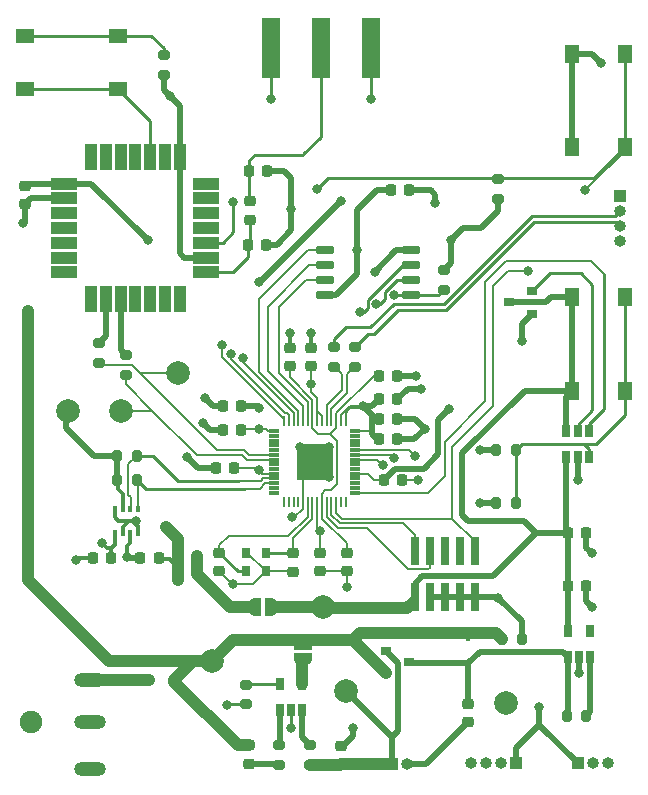
<source format=gtl>
%TF.GenerationSoftware,KiCad,Pcbnew,6.0.2-378541a8eb~116~ubuntu20.04.1*%
%TF.CreationDate,2022-02-15T23:15:49-08:00*%
%TF.ProjectId,RP2040_WEDS,52503230-3430-45f5-9745-44532e6b6963,rev?*%
%TF.SameCoordinates,Original*%
%TF.FileFunction,Copper,L1,Top*%
%TF.FilePolarity,Positive*%
%FSLAX46Y46*%
G04 Gerber Fmt 4.6, Leading zero omitted, Abs format (unit mm)*
G04 Created by KiCad (PCBNEW 6.0.2-378541a8eb~116~ubuntu20.04.1) date 2022-02-15 23:15:49*
%MOMM*%
%LPD*%
G01*
G04 APERTURE LIST*
G04 Aperture macros list*
%AMRoundRect*
0 Rectangle with rounded corners*
0 $1 Rounding radius*
0 $2 $3 $4 $5 $6 $7 $8 $9 X,Y pos of 4 corners*
0 Add a 4 corners polygon primitive as box body*
4,1,4,$2,$3,$4,$5,$6,$7,$8,$9,$2,$3,0*
0 Add four circle primitives for the rounded corners*
1,1,$1+$1,$2,$3*
1,1,$1+$1,$4,$5*
1,1,$1+$1,$6,$7*
1,1,$1+$1,$8,$9*
0 Add four rect primitives between the rounded corners*
20,1,$1+$1,$2,$3,$4,$5,0*
20,1,$1+$1,$4,$5,$6,$7,0*
20,1,$1+$1,$6,$7,$8,$9,0*
20,1,$1+$1,$8,$9,$2,$3,0*%
%AMFreePoly0*
4,1,22,0.500000,-0.750000,0.000000,-0.750000,0.000000,-0.745033,-0.079941,-0.743568,-0.215256,-0.701293,-0.333266,-0.622738,-0.424486,-0.514219,-0.481581,-0.384460,-0.499164,-0.250000,-0.500000,-0.250000,-0.500000,0.250000,-0.499164,0.250000,-0.499963,0.256109,-0.478152,0.396186,-0.417904,0.524511,-0.324060,0.630769,-0.204165,0.706417,-0.067858,0.745374,0.000000,0.744959,0.000000,0.750000,
0.500000,0.750000,0.500000,-0.750000,0.500000,-0.750000,$1*%
%AMFreePoly1*
4,1,20,0.000000,0.744959,0.073905,0.744508,0.209726,0.703889,0.328688,0.626782,0.421226,0.519385,0.479903,0.390333,0.500000,0.250000,0.500000,-0.250000,0.499851,-0.262216,0.476331,-0.402017,0.414519,-0.529596,0.319384,-0.634700,0.198574,-0.708877,0.061801,-0.746166,0.000000,-0.745033,0.000000,-0.750000,-0.500000,-0.750000,-0.500000,0.750000,0.000000,0.750000,0.000000,0.744959,
0.000000,0.744959,$1*%
G04 Aperture macros list end*
%TA.AperFunction,SMDPad,CuDef*%
%ADD10RoundRect,0.225000X0.225000X0.250000X-0.225000X0.250000X-0.225000X-0.250000X0.225000X-0.250000X0*%
%TD*%
%TA.AperFunction,SMDPad,CuDef*%
%ADD11RoundRect,0.225000X-0.225000X-0.250000X0.225000X-0.250000X0.225000X0.250000X-0.225000X0.250000X0*%
%TD*%
%TA.AperFunction,SMDPad,CuDef*%
%ADD12RoundRect,0.225000X0.250000X-0.225000X0.250000X0.225000X-0.250000X0.225000X-0.250000X-0.225000X0*%
%TD*%
%TA.AperFunction,SMDPad,CuDef*%
%ADD13RoundRect,0.225000X-0.250000X0.225000X-0.250000X-0.225000X0.250000X-0.225000X0.250000X0.225000X0*%
%TD*%
%TA.AperFunction,SMDPad,CuDef*%
%ADD14R,0.600000X0.450000*%
%TD*%
%TA.AperFunction,SMDPad,CuDef*%
%ADD15RoundRect,0.218750X0.256250X-0.218750X0.256250X0.218750X-0.256250X0.218750X-0.256250X-0.218750X0*%
%TD*%
%TA.AperFunction,SMDPad,CuDef*%
%ADD16R,0.450000X0.600000*%
%TD*%
%TA.AperFunction,ComponentPad*%
%ADD17C,1.900000*%
%TD*%
%TA.AperFunction,ComponentPad*%
%ADD18O,2.700000X1.200000*%
%TD*%
%TA.AperFunction,ComponentPad*%
%ADD19R,1.000000X1.000000*%
%TD*%
%TA.AperFunction,ComponentPad*%
%ADD20O,1.000000X1.000000*%
%TD*%
%TA.AperFunction,SMDPad,CuDef*%
%ADD21R,0.740000X2.400000*%
%TD*%
%TA.AperFunction,SMDPad,CuDef*%
%ADD22R,0.900000X0.800000*%
%TD*%
%TA.AperFunction,SMDPad,CuDef*%
%ADD23RoundRect,0.200000X0.275000X-0.200000X0.275000X0.200000X-0.275000X0.200000X-0.275000X-0.200000X0*%
%TD*%
%TA.AperFunction,SMDPad,CuDef*%
%ADD24RoundRect,0.200000X-0.200000X-0.275000X0.200000X-0.275000X0.200000X0.275000X-0.200000X0.275000X0*%
%TD*%
%TA.AperFunction,SMDPad,CuDef*%
%ADD25RoundRect,0.200000X0.200000X0.275000X-0.200000X0.275000X-0.200000X-0.275000X0.200000X-0.275000X0*%
%TD*%
%TA.AperFunction,SMDPad,CuDef*%
%ADD26RoundRect,0.200000X-0.275000X0.200000X-0.275000X-0.200000X0.275000X-0.200000X0.275000X0.200000X0*%
%TD*%
%TA.AperFunction,SMDPad,CuDef*%
%ADD27R,1.300000X1.550000*%
%TD*%
%TA.AperFunction,SMDPad,CuDef*%
%ADD28R,1.550000X1.300000*%
%TD*%
%TA.AperFunction,SMDPad,CuDef*%
%ADD29RoundRect,0.006000X-0.414000X-0.094000X0.414000X-0.094000X0.414000X0.094000X-0.414000X0.094000X0*%
%TD*%
%TA.AperFunction,SMDPad,CuDef*%
%ADD30RoundRect,0.020000X-0.080000X-0.400000X0.080000X-0.400000X0.080000X0.400000X-0.080000X0.400000X0*%
%TD*%
%TA.AperFunction,SMDPad,CuDef*%
%ADD31R,3.100000X3.100000*%
%TD*%
%TA.AperFunction,SMDPad,CuDef*%
%ADD32R,0.650000X1.060000*%
%TD*%
%TA.AperFunction,SMDPad,CuDef*%
%ADD33RoundRect,0.150000X0.650000X0.150000X-0.650000X0.150000X-0.650000X-0.150000X0.650000X-0.150000X0*%
%TD*%
%TA.AperFunction,SMDPad,CuDef*%
%ADD34R,0.350000X0.500000*%
%TD*%
%TA.AperFunction,SMDPad,CuDef*%
%ADD35R,2.300000X1.000000*%
%TD*%
%TA.AperFunction,SMDPad,CuDef*%
%ADD36R,1.000000X2.300000*%
%TD*%
%TA.AperFunction,SMDPad,CuDef*%
%ADD37R,0.650000X0.850000*%
%TD*%
%TA.AperFunction,SMDPad,CuDef*%
%ADD38R,1.500000X5.080000*%
%TD*%
%TA.AperFunction,SMDPad,CuDef*%
%ADD39FreePoly0,180.000000*%
%TD*%
%TA.AperFunction,SMDPad,CuDef*%
%ADD40FreePoly1,180.000000*%
%TD*%
%TA.AperFunction,ComponentPad*%
%ADD41C,2.000000*%
%TD*%
%TA.AperFunction,SMDPad,CuDef*%
%ADD42FreePoly0,90.000000*%
%TD*%
%TA.AperFunction,SMDPad,CuDef*%
%ADD43FreePoly1,90.000000*%
%TD*%
%TA.AperFunction,ViaPad*%
%ADD44C,0.800000*%
%TD*%
%TA.AperFunction,Conductor*%
%ADD45C,0.200000*%
%TD*%
%TA.AperFunction,Conductor*%
%ADD46C,0.500000*%
%TD*%
%TA.AperFunction,Conductor*%
%ADD47C,0.350000*%
%TD*%
%TA.AperFunction,Conductor*%
%ADD48C,1.000000*%
%TD*%
%TA.AperFunction,Conductor*%
%ADD49C,0.250000*%
%TD*%
%TA.AperFunction,Conductor*%
%ADD50C,0.508000*%
%TD*%
G04 APERTURE END LIST*
D10*
%TO.P,C1,1*%
%TO.N,VDD*%
X170775000Y-72300000D03*
%TO.P,C1,2*%
%TO.N,GND*%
X169225000Y-72300000D03*
%TD*%
D11*
%TO.P,C2,1*%
%TO.N,VDD*%
X182825000Y-78500000D03*
%TO.P,C2,2*%
%TO.N,GND*%
X184375000Y-78500000D03*
%TD*%
%TO.P,C3,1*%
%TO.N,VDD*%
X182425000Y-73400000D03*
%TO.P,C3,2*%
%TO.N,GND*%
X183975000Y-73400000D03*
%TD*%
D12*
%TO.P,C4,1*%
%TO.N,VDD*%
X176700000Y-68875000D03*
%TO.P,C4,2*%
%TO.N,GND*%
X176700000Y-67325000D03*
%TD*%
D13*
%TO.P,C5,1*%
%TO.N,VDD*%
X177400000Y-84725000D03*
%TO.P,C5,2*%
%TO.N,GND*%
X177400000Y-86275000D03*
%TD*%
D10*
%TO.P,C6,1*%
%TO.N,VDD*%
X170175000Y-77500000D03*
%TO.P,C6,2*%
%TO.N,GND*%
X168625000Y-77500000D03*
%TD*%
D11*
%TO.P,C7,1*%
%TO.N,VDD*%
X182425000Y-75100000D03*
%TO.P,C7,2*%
%TO.N,GND*%
X183975000Y-75100000D03*
%TD*%
D10*
%TO.P,C8,1*%
%TO.N,VDD*%
X170775000Y-74300000D03*
%TO.P,C8,2*%
%TO.N,GND*%
X169225000Y-74300000D03*
%TD*%
D12*
%TO.P,C9,1*%
%TO.N,+BATT*%
X179200000Y-102575000D03*
%TO.P,C9,2*%
%TO.N,GND*%
X179200000Y-101025000D03*
%TD*%
D13*
%TO.P,C10,1*%
%TO.N,+1V1*%
X179700000Y-84725000D03*
%TO.P,C10,2*%
%TO.N,GND*%
X179700000Y-86275000D03*
%TD*%
D12*
%TO.P,C11,1*%
%TO.N,+1V1*%
X174900000Y-68875000D03*
%TO.P,C11,2*%
%TO.N,GND*%
X174900000Y-67325000D03*
%TD*%
D11*
%TO.P,C12,1*%
%TO.N,+1V1*%
X182400000Y-69700000D03*
%TO.P,C12,2*%
%TO.N,GND*%
X183950000Y-69700000D03*
%TD*%
D13*
%TO.P,C13,1*%
%TO.N,Net-(C13-Pad1)*%
X190000000Y-97500000D03*
%TO.P,C13,2*%
%TO.N,GND*%
X190000000Y-99050000D03*
%TD*%
D10*
%TO.P,C14,1*%
%TO.N,VDD*%
X159775000Y-85175000D03*
%TO.P,C14,2*%
%TO.N,GND*%
X158225000Y-85175000D03*
%TD*%
D11*
%TO.P,C15,1*%
%TO.N,VDD*%
X183425000Y-54000000D03*
%TO.P,C15,2*%
%TO.N,GND*%
X184975000Y-54000000D03*
%TD*%
%TO.P,C16,1*%
%TO.N,VDD*%
X162225000Y-85175000D03*
%TO.P,C16,2*%
%TO.N,GND*%
X163775000Y-85175000D03*
%TD*%
%TO.P,C17,1*%
%TO.N,+3V3*%
X198450000Y-83000000D03*
%TO.P,C17,2*%
%TO.N,GND*%
X200000000Y-83000000D03*
%TD*%
%TO.P,C18,1*%
%TO.N,+3V3*%
X198450000Y-87500000D03*
%TO.P,C18,2*%
%TO.N,GND*%
X200000000Y-87500000D03*
%TD*%
D13*
%TO.P,C19,1*%
%TO.N,VDD*%
X152500000Y-53625000D03*
%TO.P,C19,2*%
%TO.N,GND*%
X152500000Y-55175000D03*
%TD*%
%TO.P,C20,1*%
%TO.N,XIN*%
X168925000Y-84700000D03*
%TO.P,C20,2*%
%TO.N,GND*%
X168925000Y-86250000D03*
%TD*%
D12*
%TO.P,C21,1*%
%TO.N,GND*%
X175125000Y-86300000D03*
%TO.P,C21,2*%
%TO.N,XOUT*%
X175125000Y-84750000D03*
%TD*%
D11*
%TO.P,C22,1*%
%TO.N,Net-(C22-Pad1)*%
X171325000Y-58600000D03*
%TO.P,C22,2*%
%TO.N,GND*%
X172875000Y-58600000D03*
%TD*%
%TO.P,C23,1*%
%TO.N,Net-(C23-Pad1)*%
X171425000Y-52400000D03*
%TO.P,C23,2*%
%TO.N,GND*%
X172975000Y-52400000D03*
%TD*%
D14*
%TO.P,D1,1,K*%
%TO.N,VDC*%
X165050000Y-95500000D03*
%TO.P,D1,2,A*%
%TO.N,Net-(D1-Pad2)*%
X162950000Y-95500000D03*
%TD*%
D15*
%TO.P,D2,1,K*%
%TO.N,Net-(D2-Pad1)*%
X171400000Y-102587500D03*
%TO.P,D2,2,A*%
%TO.N,VDC*%
X171400000Y-101012500D03*
%TD*%
D16*
%TO.P,D3,1,K*%
%TO.N,Net-(C13-Pad1)*%
X190000000Y-94050000D03*
%TO.P,D3,2,A*%
%TO.N,VDC*%
X190000000Y-91950000D03*
%TD*%
D17*
%TO.P,J1,*%
%TO.N,*%
X153000000Y-99000000D03*
D18*
%TO.P,J1,1*%
%TO.N,Net-(D1-Pad2)*%
X158000000Y-95500000D03*
%TO.P,J1,2*%
%TO.N,GND*%
X158000000Y-99000000D03*
%TO.P,J1,3*%
X158000000Y-103000000D03*
%TD*%
D19*
%TO.P,J2,1,Pin_1*%
%TO.N,VDD*%
X199250000Y-102500000D03*
D20*
%TO.P,J2,2,Pin_2*%
%TO.N,SOIL_SIG*%
X200520000Y-102500000D03*
%TO.P,J2,3,Pin_3*%
%TO.N,GND*%
X201790000Y-102500000D03*
%TD*%
D19*
%TO.P,J3,1,Pin_1*%
%TO.N,+BATT*%
X183530000Y-102600000D03*
D20*
%TO.P,J3,2,Pin_2*%
%TO.N,GND*%
X184800000Y-102600000D03*
%TD*%
D19*
%TO.P,J4,1,Pin_1*%
%TO.N,VDD*%
X194000000Y-102500000D03*
D20*
%TO.P,J4,2,Pin_2*%
%TO.N,GND*%
X192730000Y-102500000D03*
%TO.P,J4,3,Pin_3*%
%TO.N,SCL_SOIL*%
X191460000Y-102500000D03*
%TO.P,J4,4,Pin_4*%
%TO.N,SDA_SOIL*%
X190190000Y-102500000D03*
%TD*%
D21*
%TO.P,J5,1,Pin_1*%
%TO.N,+3V3*%
X185460000Y-88450000D03*
%TO.P,J5,2,Pin_2*%
%TO.N,SWD_DIO*%
X185460000Y-84550000D03*
%TO.P,J5,3,Pin_3*%
%TO.N,GND*%
X186730000Y-88450000D03*
%TO.P,J5,4,Pin_4*%
%TO.N,SWD_CLK*%
X186730000Y-84550000D03*
%TO.P,J5,5,Pin_5*%
%TO.N,GND*%
X188000000Y-88450000D03*
%TO.P,J5,6,Pin_6*%
%TO.N,unconnected-(J5-Pad6)*%
X188000000Y-84550000D03*
%TO.P,J5,7,Pin_7*%
%TO.N,GND*%
X189270000Y-88450000D03*
%TO.P,J5,8,Pin_8*%
%TO.N,unconnected-(J5-Pad8)*%
X189270000Y-84550000D03*
%TO.P,J5,9,Pin_9*%
%TO.N,GND*%
X190540000Y-88450000D03*
%TO.P,J5,10,Pin_10*%
%TO.N,RESET*%
X190540000Y-84550000D03*
%TD*%
D15*
%TO.P,L1,1,1*%
%TO.N,Net-(C22-Pad1)*%
X171500000Y-56487500D03*
%TO.P,L1,2,2*%
%TO.N,Net-(C23-Pad1)*%
X171500000Y-54912500D03*
%TD*%
D22*
%TO.P,Q1,1,D*%
%TO.N,+BATT*%
X183000000Y-93000000D03*
%TO.P,Q1,2,G*%
%TO.N,VDC*%
X183000000Y-94900000D03*
%TO.P,Q1,3,S*%
%TO.N,Net-(C13-Pad1)*%
X185000000Y-93950000D03*
%TD*%
%TO.P,Q2,1,D*%
%TO.N,VDD*%
X195400000Y-64450000D03*
%TO.P,Q2,2,G*%
%TO.N,Net-(Q2-Pad2)*%
X195400000Y-62550000D03*
%TO.P,Q2,3,S*%
%TO.N,+3V3*%
X193400000Y-63500000D03*
%TD*%
D23*
%TO.P,R2,1*%
%TO.N,GND*%
X171200000Y-97525000D03*
%TO.P,R2,2*%
%TO.N,Net-(R2-Pad2)*%
X171200000Y-95875000D03*
%TD*%
%TO.P,R3,1*%
%TO.N,Net-(D2-Pad1)*%
X174000000Y-102650000D03*
%TO.P,R3,2*%
%TO.N,Net-(R3-Pad2)*%
X174000000Y-101000000D03*
%TD*%
%TO.P,R4,1*%
%TO.N,QSPI_CSN*%
X187900000Y-62425000D03*
%TO.P,R4,2*%
%TO.N,VDD*%
X187900000Y-60775000D03*
%TD*%
%TO.P,R5,1*%
%TO.N,VDD*%
X192500000Y-54725000D03*
%TO.P,R5,2*%
%TO.N,RESET*%
X192500000Y-53075000D03*
%TD*%
D24*
%TO.P,R6,1*%
%TO.N,VDC*%
X192850000Y-92000000D03*
%TO.P,R6,2*%
%TO.N,GND*%
X194500000Y-92000000D03*
%TD*%
D25*
%TO.P,R7,1*%
%TO.N,Net-(R7-Pad1)*%
X200000000Y-98500000D03*
%TO.P,R7,2*%
%TO.N,Net-(C13-Pad1)*%
X198350000Y-98500000D03*
%TD*%
D24*
%TO.P,R8,1*%
%TO.N,VDD*%
X160275000Y-76475000D03*
%TO.P,R8,2*%
%TO.N,SDA*%
X161925000Y-76475000D03*
%TD*%
%TO.P,R9,1*%
%TO.N,VDD*%
X160275000Y-78575000D03*
%TO.P,R9,2*%
%TO.N,SCL*%
X161925000Y-78575000D03*
%TD*%
D26*
%TO.P,R10,1*%
%TO.N,Net-(R10-Pad1)*%
X158700000Y-66975000D03*
%TO.P,R10,2*%
%TO.N,LORA_TX*%
X158700000Y-68625000D03*
%TD*%
D24*
%TO.P,R11,1*%
%TO.N,GND*%
X192350000Y-76000000D03*
%TO.P,R11,2*%
%TO.N,Net-(R11-Pad2)*%
X194000000Y-76000000D03*
%TD*%
D26*
%TO.P,R12,1*%
%TO.N,Net-(R12-Pad1)*%
X161000000Y-67975000D03*
%TO.P,R12,2*%
%TO.N,LORA_RX*%
X161000000Y-69625000D03*
%TD*%
D24*
%TO.P,R13,1*%
%TO.N,GND*%
X192350000Y-80500000D03*
%TO.P,R13,2*%
%TO.N,Net-(R11-Pad2)*%
X194000000Y-80500000D03*
%TD*%
D23*
%TO.P,R14,1*%
%TO.N,GND*%
X164200000Y-44225000D03*
%TO.P,R14,2*%
%TO.N,Net-(R14-Pad2)*%
X164200000Y-42575000D03*
%TD*%
D27*
%TO.P,RESET,1,1*%
%TO.N,RESET*%
X203250000Y-42425000D03*
X203250000Y-50375000D03*
%TO.P,RESET,2,2*%
%TO.N,GND*%
X198750000Y-42425000D03*
X198750000Y-50375000D03*
%TD*%
%TO.P,NANO,1,1*%
%TO.N,Net-(R11-Pad2)*%
X203250000Y-70975000D03*
X203250000Y-63025000D03*
%TO.P,NANO,2,2*%
%TO.N,+3V3*%
X198750000Y-70975000D03*
X198750000Y-63025000D03*
%TD*%
D28*
%TO.P,SW3,1,1*%
%TO.N,Net-(SW3-Pad1)*%
X152425000Y-45450000D03*
X160375000Y-45450000D03*
%TO.P,SW3,2,2*%
%TO.N,Net-(R14-Pad2)*%
X160375000Y-40950000D03*
X152425000Y-40950000D03*
%TD*%
D29*
%TO.P,U1,1,IOVDD*%
%TO.N,VDD*%
X173565000Y-74400000D03*
%TO.P,U1,2,GPIO0*%
%TO.N,unconnected-(U1-Pad2)*%
X173565000Y-74800000D03*
%TO.P,U1,3,GPIO1*%
%TO.N,unconnected-(U1-Pad3)*%
X173565000Y-75200000D03*
%TO.P,U1,4,GPIO2*%
%TO.N,unconnected-(U1-Pad4)*%
X173565000Y-75600000D03*
%TO.P,U1,5,GPIO3*%
%TO.N,unconnected-(U1-Pad5)*%
X173565000Y-76000000D03*
%TO.P,U1,6,GPIO4*%
%TO.N,LORA_TX*%
X173565000Y-76400000D03*
%TO.P,U1,7,GPIO5*%
%TO.N,LORA_RX*%
X173565000Y-76800000D03*
%TO.P,U1,8,GPIO6*%
%TO.N,unconnected-(U1-Pad8)*%
X173565000Y-77200000D03*
%TO.P,U1,9,GPIO7*%
%TO.N,unconnected-(U1-Pad9)*%
X173565000Y-77600000D03*
%TO.P,U1,10,IOVDD*%
%TO.N,VDD*%
X173565000Y-78000000D03*
%TO.P,U1,11,GPIO8*%
%TO.N,SDA*%
X173565000Y-78400000D03*
%TO.P,U1,12,GPIO9*%
%TO.N,SCL*%
X173565000Y-78800000D03*
%TO.P,U1,13,GPIO10*%
%TO.N,unconnected-(U1-Pad13)*%
X173565000Y-79200000D03*
%TO.P,U1,14,GPIO11*%
%TO.N,unconnected-(U1-Pad14)*%
X173565000Y-79600000D03*
D30*
%TO.P,U1,15,GPIO12*%
%TO.N,unconnected-(U1-Pad15)*%
X174400000Y-80435000D03*
%TO.P,U1,16,GPIO13*%
%TO.N,unconnected-(U1-Pad16)*%
X174800000Y-80435000D03*
%TO.P,U1,17,GPIO14*%
%TO.N,unconnected-(U1-Pad17)*%
X175200000Y-80435000D03*
%TO.P,U1,18,GPIO15*%
%TO.N,unconnected-(U1-Pad18)*%
X175600000Y-80435000D03*
%TO.P,U1,19,TESTEN*%
%TO.N,GND*%
X176000000Y-80435000D03*
%TO.P,U1,20,XIN*%
%TO.N,XIN*%
X176400000Y-80435000D03*
%TO.P,U1,21,XOUT*%
%TO.N,XOUT*%
X176800000Y-80435000D03*
%TO.P,U1,22,IOVDD*%
%TO.N,VDD*%
X177200000Y-80435000D03*
%TO.P,U1,23,DVDD*%
%TO.N,+1V1*%
X177600000Y-80435000D03*
%TO.P,U1,24,SWCLK*%
%TO.N,SWD_CLK*%
X178000000Y-80435000D03*
%TO.P,U1,25,SWD*%
%TO.N,SWD_DIO*%
X178400000Y-80435000D03*
%TO.P,U1,26,RUN*%
%TO.N,RESET*%
X178800000Y-80435000D03*
%TO.P,U1,27,GPIO16*%
%TO.N,unconnected-(U1-Pad27)*%
X179200000Y-80435000D03*
%TO.P,U1,28,GPIO17*%
%TO.N,unconnected-(U1-Pad28)*%
X179600000Y-80435000D03*
D29*
%TO.P,U1,29,GPIO18*%
%TO.N,DONE*%
X180435000Y-79600000D03*
%TO.P,U1,30,GPIO19*%
%TO.N,unconnected-(U1-Pad30)*%
X180435000Y-79200000D03*
%TO.P,U1,31,GPIO20*%
%TO.N,unconnected-(U1-Pad31)*%
X180435000Y-78800000D03*
%TO.P,U1,32,GPIO21*%
%TO.N,unconnected-(U1-Pad32)*%
X180435000Y-78400000D03*
%TO.P,U1,33,IOVDD*%
%TO.N,VDD*%
X180435000Y-78000000D03*
%TO.P,U1,34,GPIO22*%
%TO.N,unconnected-(U1-Pad34)*%
X180435000Y-77600000D03*
%TO.P,U1,35,GPIO23*%
%TO.N,unconnected-(U1-Pad35)*%
X180435000Y-77200000D03*
%TO.P,U1,36,GPIO24*%
%TO.N,SDA_SOIL*%
X180435000Y-76800000D03*
%TO.P,U1,37,GPIO25*%
%TO.N,SCL_SOIL*%
X180435000Y-76400000D03*
%TO.P,U1,38,GPIO26/ADC0*%
%TO.N,SOIL_SIG*%
X180435000Y-76000000D03*
%TO.P,U1,39,GPIO27/ADC1*%
%TO.N,unconnected-(U1-Pad39)*%
X180435000Y-75600000D03*
%TO.P,U1,40,GPIO28/ADC2*%
%TO.N,unconnected-(U1-Pad40)*%
X180435000Y-75200000D03*
%TO.P,U1,41,GPIO29/ADC3*%
%TO.N,unconnected-(U1-Pad41)*%
X180435000Y-74800000D03*
%TO.P,U1,42,IOVDD*%
%TO.N,VDD*%
X180435000Y-74400000D03*
D30*
%TO.P,U1,43,ADC_AVDD*%
X179600000Y-73565000D03*
%TO.P,U1,44,VREG_VIN*%
X179200000Y-73565000D03*
%TO.P,U1,45,VREG_VOUT*%
%TO.N,+1V1*%
X178800000Y-73565000D03*
%TO.P,U1,46,USB_DM*%
%TO.N,/D-*%
X178400000Y-73565000D03*
%TO.P,U1,47,USB_DP*%
%TO.N,/D+*%
X178000000Y-73565000D03*
%TO.P,U1,48,USB_VDD*%
%TO.N,VDD*%
X177600000Y-73565000D03*
%TO.P,U1,49,IOVDD*%
X177200000Y-73565000D03*
%TO.P,U1,50,DVDD*%
%TO.N,+1V1*%
X176800000Y-73565000D03*
%TO.P,U1,51,QSPI_SD3*%
%TO.N,QSPI_SD3*%
X176400000Y-73565000D03*
%TO.P,U1,52,QSPI_SCLK*%
%TO.N,QSPI_CLK*%
X176000000Y-73565000D03*
%TO.P,U1,53,QSPI_SD0*%
%TO.N,QSPI_SD0*%
X175600000Y-73565000D03*
%TO.P,U1,54,QSPI_SD2*%
%TO.N,QSPI_SD2*%
X175200000Y-73565000D03*
%TO.P,U1,55,QSPI_SD1*%
%TO.N,QSPI_SD1*%
X174800000Y-73565000D03*
%TO.P,U1,56,QSPI_CSN*%
%TO.N,QSPI_CSN*%
X174400000Y-73565000D03*
D31*
%TO.P,U1,57,GND*%
%TO.N,GND*%
X177000000Y-77000000D03*
%TD*%
D32*
%TO.P,U2,1,STAT*%
%TO.N,Net-(R3-Pad2)*%
X174050000Y-98000000D03*
%TO.P,U2,2,VSS*%
%TO.N,GND*%
X175000000Y-98000000D03*
%TO.P,U2,3,VBAT*%
%TO.N,Net-(R1-Pad2)*%
X175950000Y-98000000D03*
%TO.P,U2,4,VDD*%
%TO.N,Net-(U2-Pad4)*%
X175950000Y-95800000D03*
%TO.P,U2,5,PROG*%
%TO.N,Net-(R2-Pad2)*%
X174050000Y-95800000D03*
%TD*%
D33*
%TO.P,U3,1,~{CS}*%
%TO.N,QSPI_CSN*%
X185100000Y-62905000D03*
%TO.P,U3,2,DO(IO1)*%
%TO.N,QSPI_SD1*%
X185100000Y-61635000D03*
%TO.P,U3,3,IO2*%
%TO.N,QSPI_SD2*%
X185100000Y-60365000D03*
%TO.P,U3,4,GND*%
%TO.N,GND*%
X185100000Y-59095000D03*
%TO.P,U3,5,DI(IO0)*%
%TO.N,QSPI_SD0*%
X177900000Y-59095000D03*
%TO.P,U3,6,CLK*%
%TO.N,QSPI_CLK*%
X177900000Y-60365000D03*
%TO.P,U3,7,IO3*%
%TO.N,QSPI_SD3*%
X177900000Y-61635000D03*
%TO.P,U3,8,VCC*%
%TO.N,VDD*%
X177900000Y-62905000D03*
%TD*%
D34*
%TO.P,U4,1,GND*%
%TO.N,GND*%
X160075000Y-81000000D03*
%TO.P,U4,2,CSB*%
%TO.N,VDD*%
X160725000Y-81000000D03*
%TO.P,U4,3,SDI*%
%TO.N,SDA*%
X161375000Y-81000000D03*
%TO.P,U4,4,SCK*%
%TO.N,SCL*%
X162025000Y-81000000D03*
%TO.P,U4,5,SDO*%
%TO.N,GND*%
X162025000Y-83050000D03*
%TO.P,U4,6,VDDIO*%
%TO.N,VDD*%
X161375000Y-83050000D03*
%TO.P,U4,7,GND*%
%TO.N,GND*%
X160725000Y-83050000D03*
%TO.P,U4,8,VDD*%
%TO.N,VDD*%
X160075000Y-83050000D03*
%TD*%
D32*
%TO.P,U5,1,VIN*%
%TO.N,Net-(C13-Pad1)*%
X198400000Y-93500000D03*
%TO.P,U5,2,GND*%
%TO.N,GND*%
X199350000Y-93500000D03*
%TO.P,U5,3,EN*%
%TO.N,Net-(R7-Pad1)*%
X200300000Y-93500000D03*
%TO.P,U5,4,NC*%
%TO.N,unconnected-(U5-Pad4)*%
X200300000Y-91300000D03*
%TO.P,U5,5,VOUT*%
%TO.N,+3V3*%
X198400000Y-91300000D03*
%TD*%
D35*
%TO.P,U6,1,VCC*%
%TO.N,VDD*%
X155800000Y-53450000D03*
%TO.P,U6,2,GND*%
%TO.N,GND*%
X155800000Y-54700000D03*
%TO.P,U6,3,PA13*%
%TO.N,unconnected-(U6-Pad3)*%
X155800000Y-55950000D03*
%TO.P,U6,4,PA14*%
%TO.N,unconnected-(U6-Pad4)*%
X155800000Y-57200000D03*
%TO.P,U6,5,PB15*%
%TO.N,unconnected-(U6-Pad5)*%
X155800000Y-58450000D03*
%TO.P,U6,6,PA15*%
%TO.N,unconnected-(U6-Pad6)*%
X155800000Y-59700000D03*
%TO.P,U6,7,PB4*%
%TO.N,unconnected-(U6-Pad7)*%
X155800000Y-60950000D03*
D36*
%TO.P,U6,8,PB3*%
%TO.N,unconnected-(U6-Pad8)*%
X158050000Y-63200000D03*
%TO.P,U6,9,PB7*%
%TO.N,Net-(R10-Pad1)*%
X159300000Y-63200000D03*
%TO.P,U6,10,PB6*%
%TO.N,Net-(R12-Pad1)*%
X160550000Y-63200000D03*
%TO.P,U6,11,PB5*%
%TO.N,unconnected-(U6-Pad11)*%
X161800000Y-63200000D03*
%TO.P,U6,12,PC1*%
%TO.N,unconnected-(U6-Pad12)*%
X163050000Y-63200000D03*
%TO.P,U6,13,PC0*%
%TO.N,unconnected-(U6-Pad13)*%
X164300000Y-63200000D03*
%TO.P,U6,14,GND*%
%TO.N,unconnected-(U6-Pad14)*%
X165550000Y-63200000D03*
D35*
%TO.P,U6,15,RFIO*%
%TO.N,Net-(C22-Pad1)*%
X167800000Y-60950000D03*
%TO.P,U6,16,GND*%
%TO.N,GND*%
X167800000Y-59700000D03*
%TO.P,U6,17,RST*%
%TO.N,RESET*%
X167800000Y-58450000D03*
%TO.P,U6,18,PA3*%
%TO.N,unconnected-(U6-Pad18)*%
X167800000Y-57200000D03*
%TO.P,U6,19,PA2*%
%TO.N,unconnected-(U6-Pad19)*%
X167800000Y-55950000D03*
%TO.P,U6,20,PB10*%
%TO.N,unconnected-(U6-Pad20)*%
X167800000Y-54700000D03*
%TO.P,U6,21,PA9*%
%TO.N,unconnected-(U6-Pad21)*%
X167800000Y-53450000D03*
D36*
%TO.P,U6,22,GND*%
%TO.N,GND*%
X165550000Y-51200000D03*
%TO.P,U6,23,PA0*%
%TO.N,unconnected-(U6-Pad23)*%
X164300000Y-51200000D03*
%TO.P,U6,24,PB13~{}*%
%TO.N,Net-(SW3-Pad1)*%
X163050000Y-51200000D03*
%TO.P,U6,25,PB9*%
%TO.N,unconnected-(U6-Pad25)*%
X161800000Y-51200000D03*
%TO.P,U6,26,PB14*%
%TO.N,unconnected-(U6-Pad26)*%
X160550000Y-51200000D03*
%TO.P,U6,27,PA10*%
%TO.N,unconnected-(U6-Pad27)*%
X159300000Y-51200000D03*
%TO.P,U6,28,PB0*%
%TO.N,unconnected-(U6-Pad28)*%
X158050000Y-51200000D03*
%TD*%
D32*
%TO.P,U7,1,VDD*%
%TO.N,+3V3*%
X198300000Y-76600000D03*
%TO.P,U7,2,GND*%
%TO.N,GND*%
X199250000Y-76600000D03*
%TO.P,U7,3,DELAY/M_DRV*%
%TO.N,Net-(R11-Pad2)*%
X200200000Y-76600000D03*
%TO.P,U7,4,DONE*%
%TO.N,DONE*%
X200200000Y-74400000D03*
%TO.P,U7,5,DRV*%
%TO.N,Net-(Q2-Pad2)*%
X199250000Y-74400000D03*
%TO.P,U7,6,EN/ONE_SHOT*%
%TO.N,+3V3*%
X198300000Y-74400000D03*
%TD*%
D37*
%TO.P,Y1,1,1*%
%TO.N,XIN*%
X171175000Y-86275000D03*
%TO.P,Y1,2,2*%
%TO.N,GND*%
X172825000Y-86275000D03*
%TO.P,Y1,3,3*%
%TO.N,XOUT*%
X172825000Y-84725000D03*
%TO.P,Y1,4,4*%
%TO.N,GND*%
X171175000Y-84725000D03*
%TD*%
D38*
%TO.P,J6,1*%
%TO.N,Net-(C23-Pad1)*%
X177500000Y-42000000D03*
%TO.P,J6,2*%
%TO.N,GND*%
X181750000Y-42000000D03*
%TO.P,J6,3*%
X173250000Y-42000000D03*
%TD*%
D39*
%TO.P,JP1,1,A*%
%TO.N,+3V3*%
X173250000Y-89300000D03*
D40*
%TO.P,JP1,2,B*%
%TO.N,VDD*%
X171950000Y-89300000D03*
%TD*%
D41*
%TO.P,VDC,1,1*%
%TO.N,VDC*%
X168300000Y-93900000D03*
%TD*%
%TO.P,BATT,1,1*%
%TO.N,+BATT*%
X179600000Y-96400000D03*
%TD*%
D23*
%TO.P,R1,1*%
%TO.N,+BATT*%
X176600000Y-102625000D03*
%TO.P,R1,2*%
%TO.N,Net-(R1-Pad2)*%
X176600000Y-100975000D03*
%TD*%
D41*
%TO.P,3V3,1,1*%
%TO.N,+3V3*%
X177700000Y-89300000D03*
%TD*%
%TO.P,VDD,1,1*%
%TO.N,VDD*%
X156100000Y-72700000D03*
%TD*%
%TO.P,SOIL,1,1*%
%TO.N,SOIL_SIG*%
X193200000Y-97400000D03*
%TD*%
%TO.P,TX,1,1*%
%TO.N,LORA_TX*%
X165400000Y-69500000D03*
%TD*%
%TO.P,RX,1,1*%
%TO.N,LORA_RX*%
X160600000Y-72700000D03*
%TD*%
D19*
%TO.P,USB,1,Pin_1*%
%TO.N,VDC*%
X202800000Y-54500000D03*
D20*
%TO.P,USB,2,Pin_2*%
%TO.N,USB_DP*%
X202800000Y-55770000D03*
%TO.P,USB,3,Pin_3*%
%TO.N,USB_DN*%
X202800000Y-57040000D03*
%TO.P,USB,4,Pin_4*%
%TO.N,GND*%
X202800000Y-58310000D03*
%TD*%
D23*
%TO.P,R15,1*%
%TO.N,/D-*%
X180400000Y-68925000D03*
%TO.P,R15,2*%
%TO.N,USB_DN*%
X180400000Y-67275000D03*
%TD*%
D11*
%TO.P,C24,1*%
%TO.N,VDD*%
X182425000Y-71700000D03*
%TO.P,C24,2*%
%TO.N,GND*%
X183975000Y-71700000D03*
%TD*%
D23*
%TO.P,R16,1*%
%TO.N,/D+*%
X178600000Y-68925000D03*
%TO.P,R16,2*%
%TO.N,USB_DP*%
X178600000Y-67275000D03*
%TD*%
D42*
%TO.P,JP2,1,A*%
%TO.N,Net-(U2-Pad4)*%
X176000000Y-93700000D03*
D43*
%TO.P,JP2,2,B*%
%TO.N,VDC*%
X176000000Y-92400000D03*
%TD*%
D44*
%TO.N,GND*%
X175000000Y-99500000D03*
X173250000Y-46250000D03*
X178200500Y-78250000D03*
X186000000Y-70800000D03*
X175000000Y-55600000D03*
X169600000Y-97600000D03*
X167700000Y-71600000D03*
X156800000Y-85300000D03*
X175750000Y-75750000D03*
X175100000Y-81700000D03*
X199350000Y-94850000D03*
X164400000Y-82500000D03*
X185750000Y-78500000D03*
X170100000Y-87300000D03*
X167500000Y-73700000D03*
X191000000Y-80500000D03*
X192500000Y-88500000D03*
X201200000Y-43200000D03*
X181750000Y-46250000D03*
X179200000Y-54900000D03*
X182100000Y-60900000D03*
X165400000Y-87000000D03*
X199250000Y-78500000D03*
X186300000Y-74200000D03*
X166155378Y-76544622D03*
X161900000Y-81975000D03*
X164700000Y-46000000D03*
X172300000Y-61800000D03*
X185600000Y-69700000D03*
X191000000Y-76000000D03*
X187200000Y-55050000D03*
X174900000Y-66100000D03*
X180200000Y-99500000D03*
X178200500Y-75750000D03*
X200500002Y-89250000D03*
X200500000Y-84750000D03*
X152300000Y-56800000D03*
X179700000Y-87600000D03*
X176700000Y-66100000D03*
%TO.N,VDC*%
X152700000Y-64200000D03*
%TO.N,SOIL_SIG*%
X185500000Y-76500000D03*
%TO.N,SCL_SOIL*%
X183700000Y-76700000D03*
%TO.N,SDA_SOIL*%
X182749996Y-77250000D03*
%TO.N,RESET*%
X195061348Y-60838652D03*
X170100000Y-55000000D03*
X199900000Y-54000000D03*
X177200000Y-53900000D03*
%TO.N,QSPI_CSN*%
X183700000Y-62900000D03*
X169100000Y-67100000D03*
%TO.N,QSPI_SD1*%
X182200000Y-63624500D03*
X169900000Y-67824500D03*
%TO.N,QSPI_SD2*%
X170900000Y-68200000D03*
X180800000Y-64324500D03*
%TO.N,VDD*%
X188400000Y-72500000D03*
X172300000Y-72400000D03*
X172250000Y-77699990D03*
X177450000Y-82850000D03*
X159000000Y-83875000D03*
X194500000Y-66750000D03*
X161100000Y-85075000D03*
X181044622Y-72244622D03*
X172250000Y-74250000D03*
X176700000Y-70400000D03*
X195999982Y-97750000D03*
X180600000Y-59100000D03*
X167000000Y-85000000D03*
X188500000Y-58250000D03*
X162850000Y-58250000D03*
%TD*%
D45*
%TO.N,+1V1*%
X178800000Y-73565000D02*
X178800000Y-72884994D01*
X178800000Y-72884994D02*
X181984994Y-69700000D01*
X181984994Y-69700000D02*
X182400000Y-69700000D01*
%TO.N,GND*%
X170100000Y-87300000D02*
X169975000Y-87300000D01*
D46*
X168100000Y-74300000D02*
X169225000Y-74300000D01*
X200425000Y-42425000D02*
X201200000Y-43200000D01*
X186450000Y-102600000D02*
X184800000Y-102600000D01*
X183975000Y-71700000D02*
X184875000Y-70800000D01*
X194500000Y-90500000D02*
X194500000Y-92000000D01*
X200000000Y-84250000D02*
X200500000Y-84750000D01*
D47*
X160075000Y-81700000D02*
X160350000Y-81975000D01*
D46*
X175000000Y-53000000D02*
X174400000Y-52400000D01*
D47*
X164750000Y-85250000D02*
X165200000Y-85700000D01*
X162025000Y-83050000D02*
X162025000Y-82450000D01*
X160075000Y-81000000D02*
X160075000Y-81700000D01*
D46*
X167110756Y-77500000D02*
X168625000Y-77500000D01*
X180200000Y-99500000D02*
X180200000Y-100200000D01*
D48*
X165400000Y-87000000D02*
X165400000Y-83500000D01*
D46*
X200000000Y-87500000D02*
X200000000Y-88749998D01*
D47*
X163800000Y-85250000D02*
X164750000Y-85250000D01*
D46*
X198750000Y-50375000D02*
X198750000Y-42425000D01*
D47*
X160350000Y-81975000D02*
X161900000Y-81975000D01*
D46*
X183900000Y-59100000D02*
X185105000Y-59100000D01*
X166155378Y-76544622D02*
X167110756Y-77500000D01*
D45*
X176000000Y-80966869D02*
X176000000Y-80435000D01*
D46*
X179200000Y-54900000D02*
X179200000Y-54950000D01*
D45*
X179700000Y-86200000D02*
X177475000Y-86200000D01*
D47*
X174900000Y-66100000D02*
X174900000Y-67275000D01*
D45*
X172825000Y-86275000D02*
X171800000Y-87300000D01*
X176000000Y-78000000D02*
X177000000Y-77000000D01*
D46*
X192350000Y-80500000D02*
X191000000Y-80500000D01*
X198750000Y-42425000D02*
X200425000Y-42425000D01*
X192350000Y-76000000D02*
X191000000Y-76000000D01*
X164700000Y-46000000D02*
X164200000Y-45500000D01*
X164200000Y-45500000D02*
X164200000Y-44225000D01*
X185500000Y-73400000D02*
X183975000Y-73400000D01*
X200000000Y-88749998D02*
X200500002Y-89250000D01*
X192500000Y-88500000D02*
X194500000Y-90500000D01*
D49*
X173250000Y-42000000D02*
X173250000Y-46250000D01*
D47*
X162025000Y-82450000D02*
X161550000Y-81975000D01*
D46*
X186300000Y-74200000D02*
X185500000Y-73400000D01*
D45*
X171800000Y-87300000D02*
X170100000Y-87300000D01*
X179700000Y-86300000D02*
X179700000Y-87525000D01*
D46*
X182100000Y-60900000D02*
X183900000Y-59100000D01*
D47*
X156925000Y-85175000D02*
X158075000Y-85175000D01*
D46*
X186730000Y-88450000D02*
X188000000Y-88450000D01*
X190000000Y-99050000D02*
X186450000Y-102600000D01*
X192500000Y-88500000D02*
X192450000Y-88450000D01*
D45*
X172825000Y-86275000D02*
X175100000Y-86275000D01*
X177475000Y-86200000D02*
X177400000Y-86275000D01*
D49*
X169500000Y-97625000D02*
X169650000Y-97475000D01*
D46*
X185400000Y-75100000D02*
X183975000Y-75100000D01*
X179200000Y-54950000D02*
X172350000Y-61800000D01*
X175000000Y-55600000D02*
X175000000Y-53000000D01*
X165900000Y-59700000D02*
X165550000Y-59350000D01*
X180200000Y-100200000D02*
X179375000Y-101025000D01*
X199350000Y-93500000D02*
X199350000Y-94850000D01*
X189270000Y-88450000D02*
X190540000Y-88450000D01*
D47*
X158075000Y-85175000D02*
X158200000Y-85300000D01*
D46*
X179375000Y-101025000D02*
X179200000Y-101025000D01*
X187200000Y-54400000D02*
X186800000Y-54000000D01*
X186800000Y-54000000D02*
X184975000Y-54000000D01*
D45*
X175100000Y-81700000D02*
X175266869Y-81700000D01*
X169500000Y-74250000D02*
X168000000Y-74250000D01*
D46*
X165550000Y-46850000D02*
X165550000Y-51200000D01*
D49*
X175000000Y-98000000D02*
X175000000Y-99500000D01*
D46*
X164700000Y-46000000D02*
X165550000Y-46850000D01*
D45*
X175266869Y-81700000D02*
X176000000Y-80966869D01*
D46*
X174400000Y-52400000D02*
X172975000Y-52400000D01*
X165550000Y-59350000D02*
X165550000Y-51200000D01*
D45*
X171275000Y-84725000D02*
X172825000Y-86275000D01*
X176000000Y-80435000D02*
X176000000Y-78000000D01*
X175100000Y-86275000D02*
X175125000Y-86300000D01*
D46*
X155800000Y-54700000D02*
X152975000Y-54700000D01*
X152500000Y-56600000D02*
X152300000Y-56800000D01*
X173800000Y-58600000D02*
X172875000Y-58600000D01*
D47*
X160725000Y-82525978D02*
X160725000Y-83050000D01*
X176700000Y-66100000D02*
X176700000Y-67325000D01*
D46*
X172350000Y-61800000D02*
X172300000Y-61800000D01*
X187200000Y-55050000D02*
X187200000Y-54400000D01*
X184875000Y-70800000D02*
X185900000Y-70800000D01*
X192450000Y-88450000D02*
X190540000Y-88450000D01*
X184100000Y-69700000D02*
X185325000Y-69700000D01*
X167500000Y-73700000D02*
X168100000Y-74300000D01*
D45*
X184375000Y-78500000D02*
X185750000Y-78500000D01*
D47*
X161275978Y-81975000D02*
X160725000Y-82525978D01*
D46*
X200000000Y-83000000D02*
X200000000Y-84250000D01*
D47*
X156800000Y-85300000D02*
X156925000Y-85175000D01*
D46*
X188000000Y-88450000D02*
X189270000Y-88450000D01*
X186300000Y-74200000D02*
X185400000Y-75100000D01*
X175000000Y-57400000D02*
X173800000Y-58600000D01*
X199250000Y-76600000D02*
X199250000Y-78500000D01*
X168400000Y-72300000D02*
X169225000Y-72300000D01*
D48*
X165400000Y-83500000D02*
X164400000Y-82500000D01*
D45*
X169975000Y-87300000D02*
X168925000Y-86250000D01*
D49*
X169650000Y-97475000D02*
X171000000Y-97475000D01*
D46*
X167700000Y-71600000D02*
X168400000Y-72300000D01*
X175000000Y-55600000D02*
X175000000Y-57400000D01*
X152500000Y-55175000D02*
X152500000Y-56600000D01*
X152975000Y-54700000D02*
X152500000Y-55175000D01*
D49*
X181750000Y-42000000D02*
X181750000Y-46250000D01*
D46*
X167800000Y-59700000D02*
X165900000Y-59700000D01*
%TO.N,+3V3*%
X190000000Y-82000000D02*
X189500000Y-81500000D01*
X198750000Y-70975000D02*
X198250000Y-71475000D01*
X186099998Y-86700000D02*
X192050000Y-86700000D01*
X198450000Y-83000000D02*
X198450000Y-87500000D01*
X198250000Y-76650000D02*
X198300000Y-76600000D01*
X198750000Y-63025000D02*
X196975000Y-63025000D01*
X189500000Y-76241998D02*
X194766998Y-70975000D01*
X195750000Y-83000000D02*
X194750000Y-82000000D01*
X189500000Y-81500000D02*
X189500000Y-76241998D01*
D48*
X177700000Y-89300000D02*
X173250000Y-89300000D01*
D46*
X192050000Y-86700000D02*
X195750000Y-83000000D01*
X198250000Y-82800000D02*
X198250000Y-76650000D01*
X198450000Y-83000000D02*
X198250000Y-82800000D01*
X193450000Y-63450000D02*
X193400000Y-63500000D01*
X177800000Y-89400000D02*
X177700000Y-89300000D01*
X198750000Y-70975000D02*
X198750000Y-63025000D01*
X185460000Y-87339998D02*
X186099998Y-86700000D01*
D48*
X184800000Y-89400000D02*
X177800000Y-89400000D01*
D46*
X196975000Y-63025000D02*
X196550000Y-63450000D01*
X198250000Y-74350000D02*
X198300000Y-74400000D01*
X198450000Y-87500000D02*
X198450000Y-91250000D01*
X185460000Y-88450000D02*
X184510000Y-89400000D01*
X194766998Y-70975000D02*
X198750000Y-70975000D01*
X198450000Y-83000000D02*
X195750000Y-83000000D01*
D48*
X185000000Y-89200000D02*
X184800000Y-89400000D01*
D46*
X198250000Y-71475000D02*
X198250000Y-74350000D01*
X198450000Y-91250000D02*
X198400000Y-91300000D01*
X196550000Y-63450000D02*
X193450000Y-63450000D01*
X194750000Y-82000000D02*
X190000000Y-82000000D01*
X185460000Y-88450000D02*
X185460000Y-87339998D01*
%TO.N,+BATT*%
X183500000Y-100300000D02*
X179600000Y-96400000D01*
X183500000Y-100300000D02*
X183530000Y-100330000D01*
X183000000Y-93000000D02*
X184000000Y-94000000D01*
D48*
X179150000Y-102625000D02*
X179200000Y-102575000D01*
X179200000Y-102575000D02*
X183505000Y-102575000D01*
D46*
X184000000Y-99800000D02*
X183500000Y-100300000D01*
D48*
X183505000Y-102575000D02*
X183530000Y-102600000D01*
D46*
X184000000Y-94000000D02*
X184000000Y-99800000D01*
X183530000Y-100330000D02*
X183530000Y-102600000D01*
D48*
X176600000Y-102625000D02*
X179150000Y-102625000D01*
D46*
%TO.N,Net-(C13-Pad1)*%
X198000000Y-93100000D02*
X198400000Y-93500000D01*
X185100000Y-94050000D02*
X185000000Y-93950000D01*
X198400000Y-98450000D02*
X198350000Y-98500000D01*
X190000000Y-94050000D02*
X185100000Y-94050000D01*
X190000000Y-94050000D02*
X190000000Y-97500000D01*
X190000000Y-94050000D02*
X190950000Y-93100000D01*
X190950000Y-93100000D02*
X198000000Y-93100000D01*
X198400000Y-93500000D02*
X198400000Y-98450000D01*
D45*
%TO.N,XIN*%
X168925000Y-84075000D02*
X168925000Y-84700000D01*
X174736002Y-83300000D02*
X169700000Y-83300000D01*
D49*
X170500000Y-86275000D02*
X168925000Y-84700000D01*
D45*
X169700000Y-83300000D02*
X168925000Y-84075000D01*
D49*
X171175000Y-86275000D02*
X170500000Y-86275000D01*
D45*
X176400000Y-81636002D02*
X174736002Y-83300000D01*
X176400000Y-80435000D02*
X176400000Y-81636002D01*
%TO.N,XOUT*%
X176800000Y-80435000D02*
X176800000Y-81801701D01*
X175125000Y-83476701D02*
X175125000Y-84750000D01*
D49*
X175100000Y-84725000D02*
X175125000Y-84750000D01*
D45*
X176800000Y-81801701D02*
X175125000Y-83476701D01*
D49*
X172825000Y-84725000D02*
X175100000Y-84725000D01*
%TO.N,Net-(C22-Pad1)*%
X171325000Y-59675000D02*
X170050000Y-60950000D01*
X171500000Y-56487500D02*
X171500000Y-58425000D01*
X171325000Y-58600000D02*
X171325000Y-59675000D01*
X171500000Y-58425000D02*
X171325000Y-58600000D01*
X170050000Y-60950000D02*
X167800000Y-60950000D01*
%TO.N,Net-(C23-Pad1)*%
X171425000Y-51475000D02*
X171425000Y-52400000D01*
X171900000Y-51000000D02*
X171425000Y-51475000D01*
X176000000Y-50975000D02*
X175975000Y-51000000D01*
X175975000Y-51000000D02*
X171900000Y-51000000D01*
X176025000Y-50975000D02*
X176000000Y-50975000D01*
X171425000Y-54837500D02*
X171500000Y-54912500D01*
X171425000Y-52400000D02*
X171425000Y-54837500D01*
X177500000Y-49500000D02*
X176025000Y-50975000D01*
X177500000Y-42000000D02*
X177500000Y-49500000D01*
D48*
%TO.N,Net-(D1-Pad2)*%
X158000000Y-95500000D02*
X162950000Y-95500000D01*
%TO.N,VDC*%
X170100000Y-92100000D02*
X180200000Y-92100000D01*
X152700000Y-87000000D02*
X159600000Y-93900000D01*
X165050000Y-95600000D02*
X170462500Y-101012500D01*
X180200000Y-92100000D02*
X183000000Y-94900000D01*
X168300000Y-93900000D02*
X170100000Y-92100000D01*
X170462500Y-101012500D02*
X171400000Y-101012500D01*
X180200000Y-92100000D02*
X180850000Y-91450000D01*
X159600000Y-93900000D02*
X168300000Y-93900000D01*
X165050000Y-95500000D02*
X166650000Y-93900000D01*
X192300000Y-91450000D02*
X192850000Y-92000000D01*
X165050000Y-95500000D02*
X165050000Y-95600000D01*
X180850000Y-91450000D02*
X192300000Y-91450000D01*
X152700000Y-64200000D02*
X152700000Y-87000000D01*
D49*
%TO.N,Net-(D2-Pad1)*%
X174000000Y-102650000D02*
X173937500Y-102587500D01*
D46*
X173937500Y-102587500D02*
X171400000Y-102587500D01*
D49*
X173925000Y-102575000D02*
X174000000Y-102650000D01*
D45*
%TO.N,SOIL_SIG*%
X185500000Y-76500000D02*
X185000000Y-76000000D01*
X185000000Y-76000000D02*
X180435000Y-76000000D01*
%TO.N,SCL_SOIL*%
X183400000Y-76400000D02*
X180435000Y-76400000D01*
X183700000Y-76700000D02*
X183400000Y-76400000D01*
%TO.N,SDA_SOIL*%
X180435000Y-76800000D02*
X182299996Y-76800000D01*
X182299996Y-76800000D02*
X182749996Y-77250000D01*
D49*
%TO.N,RESET*%
X170100000Y-57550000D02*
X169200000Y-58450000D01*
X178125000Y-52975000D02*
X200650000Y-52975000D01*
D45*
X193361348Y-60838652D02*
X192100000Y-62100000D01*
X192100000Y-62100000D02*
X192100000Y-72300000D01*
X192100000Y-72300000D02*
X188630002Y-75769998D01*
X195061348Y-60838652D02*
X193361348Y-60838652D01*
D49*
X169200000Y-58450000D02*
X167800000Y-58450000D01*
D45*
X178800000Y-80435000D02*
X178800000Y-81300000D01*
D49*
X200650000Y-52975000D02*
X203250000Y-50375000D01*
D45*
X188630002Y-75769998D02*
X188630002Y-81800000D01*
X178800000Y-81300000D02*
X179300000Y-81800000D01*
D49*
X190540000Y-84550000D02*
X190540000Y-83720000D01*
D45*
X179300000Y-81800000D02*
X188630002Y-81800000D01*
D49*
X203250000Y-50375000D02*
X203250000Y-42425000D01*
X177200000Y-53900000D02*
X178125000Y-52975000D01*
D45*
X199900000Y-54000000D02*
X203250000Y-50650000D01*
D49*
X170100000Y-55000000D02*
X170100000Y-57550000D01*
D45*
X190540000Y-83709998D02*
X190540000Y-84550000D01*
X203250000Y-50650000D02*
X203250000Y-50375000D01*
X188630002Y-81800000D02*
X190540000Y-83709998D01*
%TO.N,SWD_CLK*%
X184900000Y-86100000D02*
X186580000Y-86100000D01*
X178000000Y-81630012D02*
X178969028Y-82599040D01*
X178969028Y-82599040D02*
X181399040Y-82599040D01*
X186580000Y-86100000D02*
X186730000Y-85950000D01*
X178000000Y-80435000D02*
X178000000Y-81630012D01*
X186730000Y-85950000D02*
X186730000Y-84550000D01*
X181399040Y-82599040D02*
X184900000Y-86100000D01*
%TO.N,SWD_DIO*%
X178400000Y-80435000D02*
X178400000Y-81465006D01*
X178400000Y-81465006D02*
X179134514Y-82199520D01*
X179134514Y-82199520D02*
X184499520Y-82199520D01*
X184499520Y-82199520D02*
X185460000Y-83160000D01*
X185460000Y-83160000D02*
X185460000Y-84550000D01*
D49*
%TO.N,Net-(Q2-Pad2)*%
X200500000Y-62000000D02*
X199500000Y-61000000D01*
X199500000Y-61000000D02*
X196950000Y-61000000D01*
X200500000Y-72620000D02*
X200500000Y-62000000D01*
X196950000Y-61000000D02*
X195400000Y-62550000D01*
X199250000Y-74400000D02*
X199250000Y-73870000D01*
X199250000Y-73870000D02*
X200500000Y-72620000D01*
%TO.N,Net-(R2-Pad2)*%
X171275000Y-95800000D02*
X174050000Y-95800000D01*
X171200000Y-95875000D02*
X171275000Y-95800000D01*
D46*
%TO.N,Net-(R3-Pad2)*%
X174050000Y-98000000D02*
X174050000Y-100950000D01*
D49*
X174050000Y-100950000D02*
X174000000Y-101000000D01*
%TO.N,QSPI_CSN*%
X183700000Y-62900000D02*
X183705000Y-62905000D01*
X187420000Y-62905000D02*
X187825000Y-62500000D01*
D45*
X174400000Y-73400000D02*
X174400000Y-73565000D01*
X169100000Y-68100000D02*
X174400000Y-73400000D01*
X169100000Y-67100000D02*
X169100000Y-68100000D01*
D49*
X183705000Y-62905000D02*
X187420000Y-62905000D01*
D46*
%TO.N,Net-(R7-Pad1)*%
X200300000Y-93500000D02*
X200300000Y-98200000D01*
X200300000Y-98200000D02*
X200000000Y-98500000D01*
D45*
%TO.N,SDA*%
X161200000Y-77200000D02*
X161925000Y-76475000D01*
D49*
X163275000Y-76475000D02*
X165400000Y-78600000D01*
D45*
X161400000Y-79975000D02*
X161200000Y-79775000D01*
D49*
X161925000Y-76475000D02*
X163275000Y-76475000D01*
D45*
X172400000Y-78600000D02*
X170600000Y-78600000D01*
D49*
X165400000Y-78600000D02*
X170600000Y-78600000D01*
D45*
X173565000Y-78400000D02*
X172600000Y-78400000D01*
X161400000Y-80975000D02*
X161400000Y-79975000D01*
X172600000Y-78400000D02*
X172400000Y-78600000D01*
X161375000Y-81000000D02*
X161400000Y-80975000D01*
X161200000Y-79775000D02*
X161200000Y-77200000D01*
%TO.N,SCL*%
X172800000Y-78800000D02*
X172317151Y-79282849D01*
X172317151Y-79282849D02*
X171032849Y-79282849D01*
X162025000Y-81000000D02*
X162025000Y-78675000D01*
D49*
X161925000Y-78575000D02*
X161975000Y-78575000D01*
D45*
X173565000Y-78800000D02*
X172800000Y-78800000D01*
D49*
X161975000Y-78575000D02*
X162700527Y-79300527D01*
D45*
X162025000Y-78675000D02*
X161925000Y-78575000D01*
D49*
X162700527Y-79300527D02*
X171050527Y-79300527D01*
D45*
%TO.N,LORA_TX*%
X171033176Y-76000000D02*
X168678213Y-76000000D01*
X162178212Y-69500000D02*
X165400000Y-69500000D01*
X161478213Y-68800000D02*
X158875000Y-68800000D01*
X158875000Y-68800000D02*
X158700000Y-68625000D01*
X173565000Y-76400000D02*
X171433176Y-76400000D01*
X161478213Y-68800000D02*
X168678213Y-76000000D01*
X171433176Y-76400000D02*
X171033176Y-76000000D01*
D46*
%TO.N,Net-(R10-Pad1)*%
X159300000Y-63200000D02*
X159300000Y-66375000D01*
X159300000Y-66375000D02*
X158700000Y-66975000D01*
D49*
%TO.N,Net-(R11-Pad2)*%
X203250000Y-70975000D02*
X203250000Y-63025000D01*
X199750000Y-75500000D02*
X200200000Y-75950000D01*
X203250000Y-73040002D02*
X203250000Y-70975000D01*
X194500000Y-75500000D02*
X200790002Y-75500000D01*
X194000000Y-76000000D02*
X194500000Y-75500000D01*
X200790002Y-75500000D02*
X203250000Y-73040002D01*
X200200000Y-75950000D02*
X200200000Y-76600000D01*
X194000000Y-80500000D02*
X194000000Y-76000000D01*
D45*
%TO.N,LORA_RX*%
X163200000Y-72700000D02*
X160600000Y-72700000D01*
X163250000Y-72650000D02*
X161000000Y-70400000D01*
X163250000Y-72650000D02*
X163200000Y-72700000D01*
X173565000Y-76800000D02*
X171267478Y-76800000D01*
X170867478Y-76400000D02*
X167000000Y-76400000D01*
X171267478Y-76800000D02*
X170867478Y-76400000D01*
X167000000Y-76400000D02*
X163250000Y-72650000D01*
X161000000Y-70400000D02*
X161000000Y-69625000D01*
D46*
%TO.N,Net-(R12-Pad1)*%
X160550000Y-67525000D02*
X161000000Y-67975000D01*
X160550000Y-63200000D02*
X160550000Y-67525000D01*
D49*
%TO.N,Net-(R14-Pad2)*%
X164200000Y-42575000D02*
X164200000Y-42000000D01*
X160375000Y-40950000D02*
X152425000Y-40950000D01*
X163150000Y-40950000D02*
X160375000Y-40950000D01*
X164200000Y-42000000D02*
X163150000Y-40950000D01*
%TO.N,Net-(SW3-Pad1)*%
X160375000Y-45450000D02*
X163050000Y-48125000D01*
X163050000Y-48125000D02*
X163050000Y-51200000D01*
X160375000Y-45450000D02*
X152425000Y-45450000D01*
%TO.N,QSPI_SD1*%
X183940386Y-61635000D02*
X185100000Y-61635000D01*
X182200000Y-63624500D02*
X182551092Y-63624500D01*
D45*
X174800000Y-73033131D02*
X174800000Y-73565000D01*
X174445480Y-72845480D02*
X174612349Y-72845480D01*
D49*
X182551092Y-63624500D02*
X182975489Y-63200103D01*
D45*
X169900000Y-68300000D02*
X174445480Y-72845480D01*
X174612349Y-72845480D02*
X174800000Y-73033131D01*
X169900000Y-67824500D02*
X169900000Y-68300000D01*
D49*
X182975489Y-62599897D02*
X183940386Y-61635000D01*
X182975489Y-63200103D02*
X182975489Y-62599897D01*
%TO.N,QSPI_SD2*%
X181475489Y-63324397D02*
X184434886Y-60365000D01*
D45*
X170900000Y-68568125D02*
X175200000Y-72868125D01*
D49*
X180800000Y-64324500D02*
X181140500Y-64324500D01*
X184434886Y-60365000D02*
X185100000Y-60365000D01*
D45*
X170900000Y-68200000D02*
X170900000Y-68568125D01*
X175200000Y-72868125D02*
X175200000Y-73565000D01*
D49*
X181475489Y-63989511D02*
X181475489Y-63324397D01*
X181140500Y-64324500D02*
X181475489Y-63989511D01*
D45*
%TO.N,QSPI_SD0*%
X176405000Y-59095000D02*
X177900000Y-59095000D01*
X172300000Y-63200000D02*
X176405000Y-59095000D01*
X172300000Y-69403119D02*
X172300000Y-63200000D01*
X175600000Y-73565000D02*
X175600000Y-72703119D01*
X175600000Y-72703119D02*
X172300000Y-69403119D01*
%TO.N,QSPI_CLK*%
X173000000Y-63900000D02*
X176535000Y-60365000D01*
X176000000Y-73565000D02*
X176000000Y-72282849D01*
X176000000Y-72282849D02*
X173000000Y-69282849D01*
X176535000Y-60365000D02*
X177900000Y-60365000D01*
X173000000Y-69282849D02*
X173000000Y-63900000D01*
%TO.N,QSPI_SD3*%
X176400000Y-73565000D02*
X176400000Y-71900000D01*
X176265000Y-61635000D02*
X177900000Y-61635000D01*
X174000000Y-63900000D02*
X176265000Y-61635000D01*
X176400000Y-71900000D02*
X174000000Y-69500000D01*
X174000000Y-69500000D02*
X174000000Y-63900000D01*
%TO.N,DONE*%
X193150000Y-60000000D02*
X191400000Y-61750000D01*
X188000000Y-78200000D02*
X186600000Y-79600000D01*
X201500000Y-61100000D02*
X200400000Y-60000000D01*
X188000000Y-75286002D02*
X188000000Y-78200000D01*
D49*
X201500000Y-72500000D02*
X201500000Y-61100000D01*
D45*
X191400000Y-71886002D02*
X188000000Y-75286002D01*
X186600000Y-79600000D02*
X180435000Y-79600000D01*
X200400000Y-60000000D02*
X193150000Y-60000000D01*
X191400000Y-61750000D02*
X191400000Y-71886002D01*
D49*
X200200000Y-73800000D02*
X201500000Y-72500000D01*
X200200000Y-74400000D02*
X200200000Y-73800000D01*
D50*
%TO.N,VDD*%
X181880378Y-72244622D02*
X182425000Y-71700000D01*
D46*
X160275000Y-76475000D02*
X158275000Y-76475000D01*
D45*
X177199519Y-71569507D02*
X176700000Y-71069988D01*
X172874234Y-74250000D02*
X173024234Y-74400000D01*
X176700000Y-71069988D02*
X176700000Y-70400000D01*
X179775000Y-72475000D02*
X179200000Y-73050000D01*
D46*
X178795000Y-62905000D02*
X180600000Y-61100000D01*
X195999982Y-99250018D02*
X195999982Y-97750000D01*
X194000000Y-101250000D02*
X195999982Y-99250018D01*
X191100000Y-57200000D02*
X192500000Y-55800000D01*
D45*
X180889244Y-72400000D02*
X181044622Y-72244622D01*
X177400000Y-84725000D02*
X177450000Y-84675000D01*
D47*
X161100000Y-84125000D02*
X161375000Y-83850000D01*
D45*
X180000000Y-72475000D02*
X179775000Y-72475000D01*
X182000000Y-78500000D02*
X181500000Y-78000000D01*
X177600000Y-73100000D02*
X177200000Y-72700000D01*
D46*
X182200000Y-73400000D02*
X182425000Y-73400000D01*
D45*
X177450000Y-82850000D02*
X177300000Y-82700000D01*
D47*
X161100000Y-85075000D02*
X161100000Y-84125000D01*
X159775000Y-84300000D02*
X160075000Y-84000000D01*
D46*
X186224520Y-77575480D02*
X183749520Y-77575480D01*
D47*
X159800000Y-84275000D02*
X159400000Y-84275000D01*
D45*
X181044622Y-72244622D02*
X180005378Y-72244622D01*
D46*
X155800000Y-53450000D02*
X158050000Y-53450000D01*
X189550000Y-57200000D02*
X191100000Y-57200000D01*
X194500000Y-65350000D02*
X194500000Y-66750000D01*
X158050000Y-53450000D02*
X162850000Y-58250000D01*
X160275000Y-76475000D02*
X160275000Y-78575000D01*
X195999982Y-99249982D02*
X199250000Y-102500000D01*
D45*
X179600000Y-73565000D02*
X179600000Y-72875000D01*
D47*
X160725000Y-79700000D02*
X160300000Y-79275000D01*
D46*
X155800000Y-53450000D02*
X152675000Y-53450000D01*
X181800000Y-73000000D02*
X182200000Y-73400000D01*
D45*
X181600000Y-74400000D02*
X180435000Y-74400000D01*
D47*
X160725000Y-81000000D02*
X160725000Y-79700000D01*
D50*
X181044622Y-72244622D02*
X181880378Y-72244622D01*
D45*
X180075000Y-72400000D02*
X180889244Y-72400000D01*
D46*
X187450480Y-73449520D02*
X187450480Y-76349520D01*
X183749520Y-77575480D02*
X182825000Y-78500000D01*
D45*
X177450000Y-84675000D02*
X177450000Y-82850000D01*
X172000000Y-77500000D02*
X170175000Y-77500000D01*
D46*
X180600000Y-61100000D02*
X180600000Y-55700000D01*
D45*
X173024234Y-74400000D02*
X173565000Y-74400000D01*
X182825000Y-78500000D02*
X182000000Y-78500000D01*
X181500000Y-78000000D02*
X180435000Y-78000000D01*
D47*
X160075000Y-83050000D02*
X160075000Y-84000000D01*
D46*
X187900000Y-60775000D02*
X188500000Y-60175000D01*
D45*
X176700000Y-70400000D02*
X176700000Y-68875000D01*
D46*
X172200000Y-72300000D02*
X170775000Y-72300000D01*
X180600000Y-55700000D02*
X182300000Y-54000000D01*
X152675000Y-53450000D02*
X152500000Y-53625000D01*
D48*
X169800000Y-89300000D02*
X171950000Y-89300000D01*
D45*
X177200000Y-73565000D02*
X177199520Y-73564520D01*
X177200000Y-82600000D02*
X177200000Y-80435000D01*
D46*
X155900000Y-74100000D02*
X155900000Y-72700000D01*
X192500000Y-55800000D02*
X192500000Y-54725000D01*
D48*
X167000000Y-85000000D02*
X167000000Y-86500000D01*
D46*
X182200000Y-75000000D02*
X182400000Y-75200000D01*
D47*
X161375000Y-83850000D02*
X161375000Y-83050000D01*
D45*
X179200000Y-73050000D02*
X179200000Y-73565000D01*
D48*
X167000000Y-86500000D02*
X169800000Y-89300000D01*
D45*
X172500000Y-78000000D02*
X172000000Y-77500000D01*
X180000000Y-72475000D02*
X180075000Y-72400000D01*
X182400000Y-75200000D02*
X181600000Y-74400000D01*
X173565000Y-78000000D02*
X172500000Y-78000000D01*
D46*
X188500000Y-58250000D02*
X189550000Y-57200000D01*
D47*
X159775000Y-84300000D02*
X159775000Y-85175000D01*
D46*
X187450480Y-76349520D02*
X186224520Y-77575480D01*
X181800000Y-74600000D02*
X181800000Y-73000000D01*
D45*
X177300000Y-82700000D02*
X177200000Y-82600000D01*
D46*
X195400000Y-64450000D02*
X194500000Y-65350000D01*
X162225000Y-85175000D02*
X161200000Y-85175000D01*
D45*
X177199520Y-73564520D02*
X177199519Y-71569507D01*
X161200000Y-85175000D02*
X161100000Y-85075000D01*
D47*
X160300000Y-79275000D02*
X160300000Y-78600000D01*
D46*
X177900000Y-62905000D02*
X178795000Y-62905000D01*
X182400000Y-75200000D02*
X181800000Y-74600000D01*
D47*
X160300000Y-78600000D02*
X160275000Y-78575000D01*
D45*
X177600000Y-73565000D02*
X177600000Y-73100000D01*
D46*
X182300000Y-54000000D02*
X183425000Y-54000000D01*
X188500000Y-60175000D02*
X188500000Y-58250000D01*
D45*
X170775000Y-74250000D02*
X172874234Y-74250000D01*
D46*
X188400000Y-72500000D02*
X187450480Y-73449520D01*
D45*
X179600000Y-72875000D02*
X180000000Y-72475000D01*
D46*
X158275000Y-76475000D02*
X155900000Y-74100000D01*
X194000000Y-102500000D02*
X194000000Y-101250000D01*
D47*
X159400000Y-84275000D02*
X159000000Y-83875000D01*
D46*
X181044622Y-72244622D02*
X181800000Y-73000000D01*
X172300000Y-72400000D02*
X172200000Y-72300000D01*
D45*
X180005378Y-72244622D02*
X179775000Y-72475000D01*
D46*
%TO.N,Net-(R1-Pad2)*%
X175950000Y-98000000D02*
X175950000Y-100325000D01*
X175950000Y-100325000D02*
X176600000Y-100975000D01*
D45*
%TO.N,+1V1*%
X177600000Y-79700000D02*
X177900000Y-79400000D01*
X178800000Y-74096869D02*
X178800000Y-73565000D01*
X176800000Y-71734994D02*
X174900000Y-69834994D01*
X178400000Y-79400000D02*
X178900011Y-78899989D01*
X176800000Y-73565000D02*
X176800000Y-71734994D01*
X179700000Y-83900000D02*
X179700000Y-84725000D01*
X176800000Y-73565000D02*
X176800000Y-74096869D01*
X176800000Y-74096869D02*
X177303131Y-74600000D01*
X178900011Y-75203142D02*
X178296869Y-74600000D01*
X177303131Y-74600000D02*
X178296869Y-74600000D01*
X177600000Y-81800000D02*
X179700000Y-83900000D01*
X177600000Y-80435000D02*
X177600000Y-81800000D01*
X174900000Y-69834994D02*
X174900000Y-68875000D01*
X177600000Y-80435000D02*
X177600000Y-79700000D01*
X178296869Y-74600000D02*
X178800000Y-74096869D01*
X177900000Y-79400000D02*
X178400000Y-79400000D01*
X178900011Y-78899989D02*
X178900011Y-75203142D01*
D48*
%TO.N,Net-(U2-Pad4)*%
X175950000Y-93750000D02*
X175950000Y-95800000D01*
D49*
%TO.N,USB_DP*%
X202415000Y-56155000D02*
X202800000Y-55770000D01*
X179600000Y-65600000D02*
X181700000Y-65600000D01*
X195386783Y-56155000D02*
X202415000Y-56155000D01*
X187917272Y-63624511D02*
X195386783Y-56155000D01*
X183675489Y-63624511D02*
X187917272Y-63624511D01*
X181700000Y-65600000D02*
X183675489Y-63624511D01*
X178600000Y-66600000D02*
X179600000Y-65600000D01*
X178600000Y-67275000D02*
X178600000Y-66600000D01*
D45*
%TO.N,/D-*%
X179725001Y-69599999D02*
X180400000Y-68925000D01*
X178400000Y-73565000D02*
X178400000Y-72500000D01*
X179725001Y-71174999D02*
X179725001Y-69599999D01*
X178400000Y-72500000D02*
X179725001Y-71174999D01*
%TO.N,/D+*%
X179274999Y-70925001D02*
X179274999Y-69599999D01*
X178000000Y-72200000D02*
X179274999Y-70925001D01*
X178000000Y-73565000D02*
X178000000Y-72200000D01*
X179274999Y-69599999D02*
X178600000Y-68925000D01*
D49*
%TO.N,USB_DN*%
X181475000Y-66200000D02*
X182000000Y-66200000D01*
X184075498Y-64124502D02*
X188124375Y-64124502D01*
X202415000Y-56655000D02*
X202800000Y-57040000D01*
X195593877Y-56655000D02*
X202415000Y-56655000D01*
X182000000Y-66200000D02*
X184075498Y-64124502D01*
X180400000Y-67275000D02*
X181475000Y-66200000D01*
X188124375Y-64124502D02*
X195593877Y-56655000D01*
%TD*%
M02*

</source>
